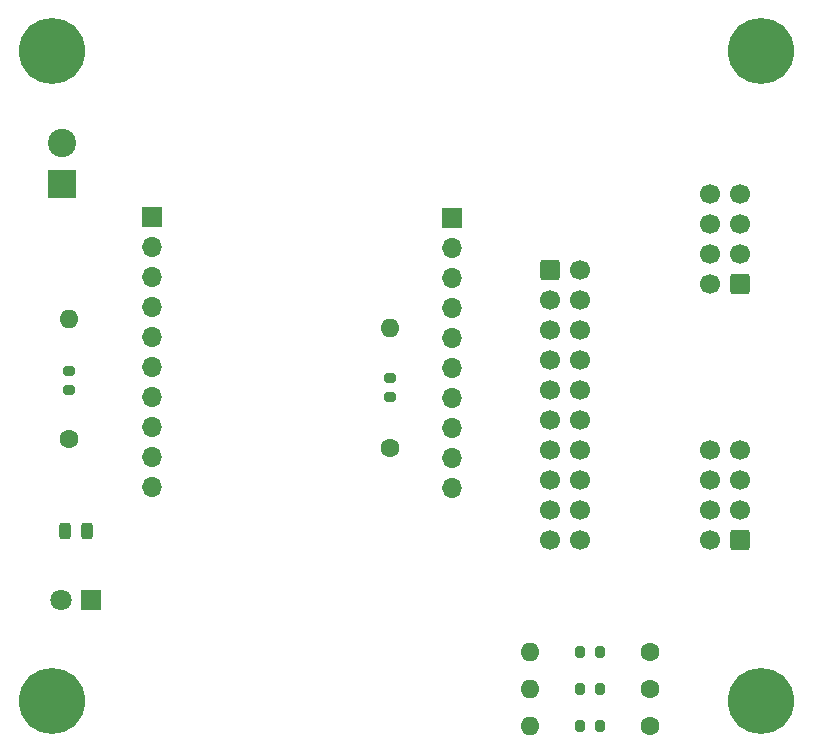
<source format=gts>
%TF.GenerationSoftware,KiCad,Pcbnew,(6.0.4)*%
%TF.CreationDate,2022-04-04T21:54:52+02:00*%
%TF.ProjectId,MCU_INTERFACE_BOARD,4d43555f-494e-4544-9552-464143455f42,rev?*%
%TF.SameCoordinates,Original*%
%TF.FileFunction,Soldermask,Top*%
%TF.FilePolarity,Negative*%
%FSLAX46Y46*%
G04 Gerber Fmt 4.6, Leading zero omitted, Abs format (unit mm)*
G04 Created by KiCad (PCBNEW (6.0.4)) date 2022-04-04 21:54:52*
%MOMM*%
%LPD*%
G01*
G04 APERTURE LIST*
G04 Aperture macros list*
%AMRoundRect*
0 Rectangle with rounded corners*
0 $1 Rounding radius*
0 $2 $3 $4 $5 $6 $7 $8 $9 X,Y pos of 4 corners*
0 Add a 4 corners polygon primitive as box body*
4,1,4,$2,$3,$4,$5,$6,$7,$8,$9,$2,$3,0*
0 Add four circle primitives for the rounded corners*
1,1,$1+$1,$2,$3*
1,1,$1+$1,$4,$5*
1,1,$1+$1,$6,$7*
1,1,$1+$1,$8,$9*
0 Add four rect primitives between the rounded corners*
20,1,$1+$1,$2,$3,$4,$5,0*
20,1,$1+$1,$4,$5,$6,$7,0*
20,1,$1+$1,$6,$7,$8,$9,0*
20,1,$1+$1,$8,$9,$2,$3,0*%
G04 Aperture macros list end*
%ADD10R,2.400000X2.400000*%
%ADD11C,2.400000*%
%ADD12C,5.600000*%
%ADD13R,1.700000X1.700000*%
%ADD14O,1.700000X1.700000*%
%ADD15RoundRect,0.250000X-0.600000X-0.600000X0.600000X-0.600000X0.600000X0.600000X-0.600000X0.600000X0*%
%ADD16C,1.700000*%
%ADD17RoundRect,0.243750X0.243750X0.456250X-0.243750X0.456250X-0.243750X-0.456250X0.243750X-0.456250X0*%
%ADD18RoundRect,0.250000X0.600000X0.600000X-0.600000X0.600000X-0.600000X-0.600000X0.600000X-0.600000X0*%
%ADD19C,1.600000*%
%ADD20O,1.600000X1.600000*%
%ADD21RoundRect,0.200000X0.275000X-0.200000X0.275000X0.200000X-0.275000X0.200000X-0.275000X-0.200000X0*%
%ADD22RoundRect,0.200000X-0.200000X-0.275000X0.200000X-0.275000X0.200000X0.275000X-0.200000X0.275000X0*%
%ADD23R,1.800000X1.800000*%
%ADD24C,1.800000*%
%ADD25RoundRect,0.200000X-0.275000X0.200000X-0.275000X-0.200000X0.275000X-0.200000X0.275000X0.200000X0*%
G04 APERTURE END LIST*
D10*
X110250000Y-85250000D03*
D11*
X110250000Y-81750000D03*
D12*
X109400000Y-74000000D03*
X169400000Y-74000000D03*
X109400000Y-129000000D03*
X169400000Y-129000000D03*
D13*
X143200000Y-88100000D03*
D14*
X143200000Y-90640000D03*
X143200000Y-93180000D03*
X143200000Y-95720000D03*
X143200000Y-98260000D03*
X143200000Y-100800000D03*
X143200000Y-103340000D03*
X143200000Y-105880000D03*
X143200000Y-108420000D03*
X143200000Y-110960000D03*
D13*
X117800000Y-88060000D03*
D14*
X117800000Y-90600000D03*
X117800000Y-93140000D03*
X117800000Y-95680000D03*
X117800000Y-98220000D03*
X117800000Y-100760000D03*
X117800000Y-103300000D03*
X117800000Y-105840000D03*
X117800000Y-108380000D03*
X117800000Y-110920000D03*
D15*
X151500000Y-92500000D03*
D16*
X154040000Y-92500000D03*
X151500000Y-95040000D03*
X154040000Y-95040000D03*
X151500000Y-97580000D03*
X154040000Y-97580000D03*
X151500000Y-100120000D03*
X154040000Y-100120000D03*
X151500000Y-102660000D03*
X154040000Y-102660000D03*
X151500000Y-105200000D03*
X154040000Y-105200000D03*
X151500000Y-107740000D03*
X154040000Y-107740000D03*
X151500000Y-110280000D03*
X154040000Y-110280000D03*
X151500000Y-112820000D03*
X154040000Y-112820000D03*
X151500000Y-115360000D03*
X154040000Y-115360000D03*
D17*
X112337500Y-114600000D03*
X110462500Y-114600000D03*
D18*
X167600000Y-93700000D03*
D16*
X165060000Y-93700000D03*
X167600000Y-91160000D03*
X165060000Y-91160000D03*
X167600000Y-88620000D03*
X165060000Y-88620000D03*
X167600000Y-86080000D03*
X165060000Y-86080000D03*
D18*
X167600000Y-115400000D03*
D16*
X165060000Y-115400000D03*
X167600000Y-112860000D03*
X165060000Y-112860000D03*
X167600000Y-110320000D03*
X165060000Y-110320000D03*
X167600000Y-107780000D03*
X165060000Y-107780000D03*
D19*
X160020000Y-124900000D03*
D20*
X149860000Y-124900000D03*
D19*
X160000000Y-128000000D03*
D20*
X149840000Y-128000000D03*
D19*
X110800000Y-106855000D03*
D20*
X110800000Y-96695000D03*
D21*
X110800000Y-102705000D03*
X110800000Y-101055000D03*
D22*
X154075000Y-131100000D03*
X155725000Y-131100000D03*
D23*
X112700000Y-120500000D03*
D24*
X110160000Y-120500000D03*
D19*
X138000000Y-107560000D03*
D20*
X138000000Y-97400000D03*
D19*
X159980000Y-131100000D03*
D20*
X149820000Y-131100000D03*
D22*
X154095000Y-128000000D03*
X155745000Y-128000000D03*
D25*
X138000000Y-101655000D03*
X138000000Y-103305000D03*
D22*
X154100000Y-124900000D03*
X155750000Y-124900000D03*
M02*

</source>
